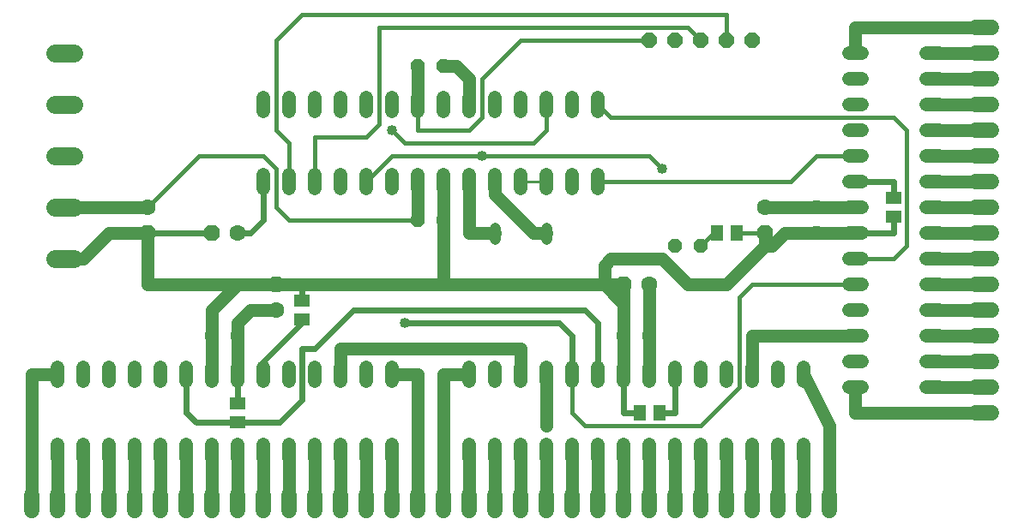
<source format=gbl>
G75*
%MOIN*%
%OFA0B0*%
%FSLAX24Y24*%
%IPPOS*%
%LPD*%
%AMOC8*
5,1,8,0,0,1.08239X$1,22.5*
%
%ADD10C,0.0520*%
%ADD11R,0.0630X0.0512*%
%ADD12OC8,0.0630*%
%ADD13C,0.0630*%
%ADD14OC8,0.0520*%
%ADD15C,0.0600*%
%ADD16C,0.0705*%
%ADD17R,0.0512X0.0630*%
%ADD18C,0.0440*%
%ADD19OC8,0.0600*%
%ADD20C,0.0240*%
%ADD21C,0.0500*%
%ADD22C,0.0160*%
%ADD23C,0.0400*%
%ADD24C,0.0100*%
D10*
X001850Y002840D02*
X001850Y003360D01*
X002850Y003360D02*
X002850Y002840D01*
X003850Y002840D02*
X003850Y003360D01*
X004850Y003360D02*
X004850Y002840D01*
X005850Y002840D02*
X005850Y003360D01*
X006850Y003360D02*
X006850Y002840D01*
X007850Y002840D02*
X007850Y003360D01*
X008850Y003360D02*
X008850Y002840D01*
X009850Y002840D02*
X009850Y003360D01*
X010850Y003360D02*
X010850Y002840D01*
X011850Y002840D02*
X011850Y003360D01*
X012850Y003360D02*
X012850Y002840D01*
X013850Y002840D02*
X013850Y003360D01*
X014850Y003360D02*
X014850Y002840D01*
X017850Y002840D02*
X017850Y003360D01*
X018850Y003360D02*
X018850Y002840D01*
X019850Y002840D02*
X019850Y003360D01*
X020850Y003360D02*
X020850Y002840D01*
X021850Y002840D02*
X021850Y003360D01*
X022850Y003360D02*
X022850Y002840D01*
X023850Y002840D02*
X023850Y003360D01*
X024850Y003360D02*
X024850Y002840D01*
X025850Y002840D02*
X025850Y003360D01*
X026850Y003360D02*
X026850Y002840D01*
X027850Y002840D02*
X027850Y003360D01*
X028850Y003360D02*
X028850Y002840D01*
X029850Y002840D02*
X029850Y003360D01*
X030850Y003360D02*
X030850Y002840D01*
X032590Y005600D02*
X033110Y005600D01*
X033110Y006600D02*
X032590Y006600D01*
X032590Y007600D02*
X033110Y007600D01*
X033110Y008600D02*
X032590Y008600D01*
X032590Y009600D02*
X033110Y009600D01*
X033110Y010600D02*
X032590Y010600D01*
X032590Y011600D02*
X033110Y011600D01*
X033110Y012600D02*
X032590Y012600D01*
X032590Y013600D02*
X033110Y013600D01*
X033110Y014600D02*
X032590Y014600D01*
X032590Y015600D02*
X033110Y015600D01*
X033110Y016600D02*
X032590Y016600D01*
X032590Y017600D02*
X033110Y017600D01*
X033110Y018600D02*
X032590Y018600D01*
X035590Y018600D02*
X036110Y018600D01*
X036110Y017600D02*
X035590Y017600D01*
X035590Y016600D02*
X036110Y016600D01*
X036110Y015600D02*
X035590Y015600D01*
X035590Y014600D02*
X036110Y014600D01*
X036110Y013600D02*
X035590Y013600D01*
X035590Y012600D02*
X036110Y012600D01*
X036110Y011600D02*
X035590Y011600D01*
X035590Y010600D02*
X036110Y010600D01*
X036110Y009600D02*
X035590Y009600D01*
X035590Y008600D02*
X036110Y008600D01*
X036110Y007600D02*
X035590Y007600D01*
X035590Y006600D02*
X036110Y006600D01*
X036110Y005600D02*
X035590Y005600D01*
X030850Y005840D02*
X030850Y006360D01*
X029850Y006360D02*
X029850Y005840D01*
X028850Y005840D02*
X028850Y006360D01*
X027850Y006360D02*
X027850Y005840D01*
X026850Y005840D02*
X026850Y006360D01*
X025850Y006360D02*
X025850Y005840D01*
X024850Y005840D02*
X024850Y006360D01*
X023850Y006360D02*
X023850Y005840D01*
X022850Y005840D02*
X022850Y006360D01*
X021850Y006360D02*
X021850Y005840D01*
X020850Y005840D02*
X020850Y006360D01*
X019850Y006360D02*
X019850Y005840D01*
X018850Y005840D02*
X018850Y006360D01*
X017850Y006360D02*
X017850Y005840D01*
X014850Y005840D02*
X014850Y006360D01*
X013850Y006360D02*
X013850Y005840D01*
X012850Y005840D02*
X012850Y006360D01*
X011850Y006360D02*
X011850Y005840D01*
X010850Y005840D02*
X010850Y006360D01*
X009850Y006360D02*
X009850Y005840D01*
X008850Y005840D02*
X008850Y006360D01*
X007850Y006360D02*
X007850Y005840D01*
X006850Y005840D02*
X006850Y006360D01*
X005850Y006360D02*
X005850Y005840D01*
X004850Y005840D02*
X004850Y006360D01*
X003850Y006360D02*
X003850Y005840D01*
X002850Y005840D02*
X002850Y006360D01*
X001850Y006360D02*
X001850Y005840D01*
X009850Y013340D02*
X009850Y013860D01*
X010850Y013860D02*
X010850Y013340D01*
X011850Y013340D02*
X011850Y013860D01*
X012850Y013860D02*
X012850Y013340D01*
X013850Y013340D02*
X013850Y013860D01*
X014850Y013860D02*
X014850Y013340D01*
X015850Y013340D02*
X015850Y013860D01*
X016850Y013860D02*
X016850Y013340D01*
X017850Y013340D02*
X017850Y013860D01*
X018850Y013860D02*
X018850Y013340D01*
X019850Y013340D02*
X019850Y013860D01*
X020850Y013860D02*
X020850Y013340D01*
X021850Y013340D02*
X021850Y013860D01*
X022850Y013860D02*
X022850Y013340D01*
X022850Y016340D02*
X022850Y016860D01*
X021850Y016860D02*
X021850Y016340D01*
X020850Y016340D02*
X020850Y016860D01*
X019850Y016860D02*
X019850Y016340D01*
X018850Y016340D02*
X018850Y016860D01*
X017850Y016860D02*
X017850Y016340D01*
X016850Y016340D02*
X016850Y016860D01*
X015850Y016860D02*
X015850Y016340D01*
X014850Y016340D02*
X014850Y016860D01*
X013850Y016860D02*
X013850Y016340D01*
X012850Y016340D02*
X012850Y016860D01*
X011850Y016860D02*
X011850Y016340D01*
X010850Y016340D02*
X010850Y016860D01*
X009850Y016860D02*
X009850Y016340D01*
D11*
X011350Y008974D03*
X011350Y008226D03*
X008850Y004974D03*
X008850Y004226D03*
X034350Y012226D03*
X034350Y012974D03*
D12*
X029350Y011600D03*
X023850Y009600D03*
X010350Y009600D03*
X007850Y011600D03*
X005350Y011600D03*
D13*
X005350Y012600D03*
X008850Y011600D03*
X010350Y008600D03*
X024850Y009600D03*
X029350Y012600D03*
D14*
X031350Y012600D03*
X031350Y011600D03*
X026850Y011100D03*
X025850Y011100D03*
X024850Y007600D03*
X023850Y007600D03*
X016850Y012100D03*
X015850Y012100D03*
X008850Y007600D03*
X007850Y007600D03*
X015850Y018100D03*
X016850Y018100D03*
D15*
X000850Y001400D02*
X000850Y000800D01*
X001850Y000800D02*
X001850Y001400D01*
X002850Y001400D02*
X002850Y000800D01*
X003850Y000800D02*
X003850Y001400D01*
X004850Y001400D02*
X004850Y000800D01*
X005850Y000800D02*
X005850Y001400D01*
X006850Y001400D02*
X006850Y000800D01*
X007850Y000800D02*
X007850Y001400D01*
X008850Y001400D02*
X008850Y000800D01*
X009850Y000800D02*
X009850Y001400D01*
X010850Y001400D02*
X010850Y000800D01*
X011850Y000800D02*
X011850Y001400D01*
X012850Y001400D02*
X012850Y000800D01*
X013850Y000800D02*
X013850Y001400D01*
X014850Y001400D02*
X014850Y000800D01*
X015850Y000800D02*
X015850Y001400D01*
X016850Y001400D02*
X016850Y000800D01*
X017850Y000800D02*
X017850Y001400D01*
X018850Y001400D02*
X018850Y000800D01*
X019850Y000800D02*
X019850Y001400D01*
X020850Y001400D02*
X020850Y000800D01*
X021850Y000800D02*
X021850Y001400D01*
X022850Y001400D02*
X022850Y000800D01*
X023850Y000800D02*
X023850Y001400D01*
X024850Y001400D02*
X024850Y000800D01*
X025850Y000800D02*
X025850Y001400D01*
X026850Y001400D02*
X026850Y000800D01*
X027850Y000800D02*
X027850Y001400D01*
X028850Y001400D02*
X028850Y000800D01*
X029850Y000800D02*
X029850Y001400D01*
X030850Y001400D02*
X030850Y000800D01*
X031850Y000800D02*
X031850Y001400D01*
X037550Y004600D02*
X038150Y004600D01*
X038150Y005600D02*
X037550Y005600D01*
X037550Y006600D02*
X038150Y006600D01*
X038150Y007600D02*
X037550Y007600D01*
X037550Y008600D02*
X038150Y008600D01*
X038150Y009600D02*
X037550Y009600D01*
X037550Y010600D02*
X038150Y010600D01*
X038150Y011600D02*
X037550Y011600D01*
X037550Y012600D02*
X038150Y012600D01*
X038150Y013600D02*
X037550Y013600D01*
X037550Y014600D02*
X038150Y014600D01*
X038150Y015600D02*
X037550Y015600D01*
X037550Y016600D02*
X038150Y016600D01*
X038150Y017600D02*
X037550Y017600D01*
X037550Y018600D02*
X038150Y018600D01*
X038150Y019600D02*
X037550Y019600D01*
D16*
X002453Y018600D02*
X001748Y018600D01*
X001748Y016600D02*
X002453Y016600D01*
X002453Y014600D02*
X001748Y014600D01*
X001748Y012600D02*
X002453Y012600D01*
X002453Y010600D02*
X001748Y010600D01*
D17*
X024476Y004600D03*
X025224Y004600D03*
X027476Y011600D03*
X028224Y011600D03*
D18*
X020850Y011380D02*
X020850Y011820D01*
X018850Y011820D02*
X018850Y011380D01*
D19*
X024850Y019100D03*
X025850Y019100D03*
X026850Y019100D03*
X027850Y019100D03*
X028850Y019100D03*
D20*
X032850Y013600D02*
X034350Y013600D01*
X034350Y012974D01*
X034350Y012226D02*
X034350Y011600D01*
X032850Y011600D01*
X022850Y008100D02*
X022850Y006100D01*
X021850Y006100D02*
X021850Y007600D01*
X021350Y008100D01*
X015350Y008100D01*
X013350Y008600D02*
X022350Y008600D01*
X022850Y008100D01*
X023850Y006100D02*
X023850Y004600D01*
X024476Y004600D01*
X025224Y004600D02*
X025850Y004600D01*
X025850Y006100D01*
X013350Y008600D02*
X011850Y007100D01*
X011350Y007100D01*
X011350Y005100D01*
X010476Y004226D01*
X008850Y004226D01*
X007224Y004226D01*
X006850Y004600D01*
X006850Y006100D01*
X008850Y006100D02*
X008850Y004974D01*
X009850Y006100D02*
X009850Y006600D01*
X011350Y008100D01*
X011350Y008226D01*
X011350Y008974D02*
X011350Y009600D01*
X009350Y011600D02*
X008850Y011600D01*
X009350Y011600D02*
X009850Y012100D01*
X009850Y013600D01*
X007850Y011600D02*
X005350Y011600D01*
D21*
X005350Y009600D01*
X008850Y009600D01*
X010350Y009600D01*
X011350Y009600D01*
X016850Y009600D01*
X016850Y012100D01*
X016850Y013600D01*
X017850Y013600D02*
X017850Y011600D01*
X018850Y011600D01*
X020350Y011600D02*
X020850Y011600D01*
X020350Y011600D02*
X018850Y013100D01*
X018850Y013600D01*
X015850Y013600D02*
X015850Y012100D01*
X016850Y009600D02*
X023850Y009600D01*
X023850Y008850D01*
X023100Y009600D01*
X023100Y010350D01*
X023350Y010600D01*
X025350Y010600D01*
X026350Y009600D01*
X027850Y009600D01*
X029350Y011100D01*
X029350Y011600D01*
X029600Y011100D02*
X030100Y011600D01*
X031350Y011600D01*
X032850Y011600D01*
X032850Y012600D02*
X031350Y012600D01*
X029350Y012600D01*
X029350Y011100D02*
X029600Y011100D01*
X024850Y009600D02*
X024850Y007600D01*
X024850Y006100D01*
X023850Y006100D02*
X023850Y007600D01*
X023850Y009600D01*
X019850Y007100D02*
X012850Y007100D01*
X012850Y006100D01*
X014850Y006100D02*
X015850Y006100D01*
X015850Y001100D01*
X014850Y001100D02*
X014850Y003100D01*
X013850Y003100D02*
X013850Y001100D01*
X012850Y001100D02*
X012850Y003100D01*
X011850Y003100D02*
X011850Y001100D01*
X010850Y001100D02*
X010850Y003100D01*
X009850Y003100D02*
X009850Y001100D01*
X008850Y001100D02*
X008850Y003100D01*
X007850Y003100D02*
X007850Y001100D01*
X006850Y001100D02*
X006850Y003100D01*
X005850Y003100D02*
X005850Y001100D01*
X004850Y001100D02*
X004850Y003100D01*
X003850Y003100D02*
X003850Y001100D01*
X002850Y001100D02*
X002850Y003100D01*
X001850Y003100D02*
X001850Y001100D01*
X000850Y001100D02*
X000850Y006100D01*
X001850Y006100D01*
X007850Y006100D02*
X007850Y007600D01*
X007850Y008600D01*
X008850Y009600D01*
X009350Y008600D02*
X010350Y008600D01*
X009350Y008600D02*
X008850Y008100D01*
X008850Y007600D01*
X008850Y006100D01*
X016850Y006100D02*
X016850Y001100D01*
X017850Y001100D02*
X017850Y003100D01*
X018850Y003100D02*
X018850Y001100D01*
X019850Y001100D02*
X019850Y003100D01*
X020850Y003100D02*
X020850Y001100D01*
X021850Y001100D02*
X021850Y003100D01*
X022850Y003100D02*
X022850Y001100D01*
X023850Y001100D02*
X023850Y003100D01*
X024850Y003100D02*
X024850Y001100D01*
X025850Y001100D02*
X025850Y003100D01*
X026850Y003100D02*
X026850Y001100D01*
X027850Y001100D02*
X027850Y003100D01*
X028850Y003100D02*
X028850Y001100D01*
X029850Y001100D02*
X029850Y003100D01*
X030850Y003100D02*
X030850Y001100D01*
X031850Y001100D02*
X031850Y004100D01*
X030850Y006100D01*
X028850Y006100D02*
X028850Y007600D01*
X032850Y007600D01*
X035850Y007600D02*
X037850Y007600D01*
X037850Y006600D02*
X035850Y006600D01*
X035850Y005600D02*
X037850Y005600D01*
X037850Y004600D02*
X032850Y004600D01*
X032850Y005600D01*
X035850Y008600D02*
X037850Y008600D01*
X037850Y009600D02*
X035850Y009600D01*
X035850Y010600D02*
X037850Y010600D01*
X037850Y011600D02*
X035850Y011600D01*
X035850Y012600D02*
X037850Y012600D01*
X037850Y013600D02*
X035850Y013600D01*
X035850Y014600D02*
X037850Y014600D01*
X037850Y015600D02*
X035850Y015600D01*
X035850Y016600D02*
X037850Y016600D01*
X037850Y017600D02*
X035850Y017600D01*
X035850Y018600D02*
X037850Y018600D01*
X037850Y019600D02*
X032850Y019600D01*
X032850Y018600D01*
X017850Y017600D02*
X017850Y016600D01*
X017850Y017600D02*
X017350Y018100D01*
X016850Y018100D01*
X015850Y018100D02*
X015850Y016600D01*
X005350Y012600D02*
X002100Y012600D01*
X003850Y011600D02*
X005350Y011600D01*
X003850Y011600D02*
X002850Y010600D01*
X002100Y010600D01*
X016850Y006100D02*
X017850Y006100D01*
X019850Y006100D02*
X019850Y007100D01*
X020850Y006100D02*
X020850Y004100D01*
D22*
X021850Y004600D02*
X021850Y006100D01*
X021850Y004600D02*
X022350Y004100D01*
X026850Y004100D01*
X028350Y005600D01*
X028350Y009100D01*
X028850Y009600D01*
X032850Y009600D01*
X032850Y010600D02*
X034350Y010600D01*
X034850Y011100D01*
X034850Y015600D01*
X034350Y016100D01*
X023350Y016100D01*
X022850Y016600D01*
X020850Y016600D02*
X020850Y015600D01*
X020350Y015100D01*
X015350Y015100D01*
X014850Y015600D01*
X014350Y015850D02*
X014350Y019600D01*
X026350Y019600D01*
X026850Y019100D01*
X027850Y019100D02*
X027850Y020100D01*
X011350Y020100D01*
X010350Y019100D01*
X010350Y015600D01*
X010850Y015100D01*
X010850Y013600D01*
X010350Y014100D02*
X010350Y012600D01*
X010850Y012100D01*
X015850Y012100D01*
X013850Y013600D02*
X014850Y014600D01*
X018350Y014600D01*
X024850Y014600D01*
X025350Y014100D01*
X022850Y013600D02*
X030350Y013600D01*
X031350Y014600D01*
X032850Y014600D01*
X029350Y011600D02*
X028224Y011600D01*
X027476Y011600D02*
X027350Y011600D01*
X026850Y011100D01*
X018350Y016100D02*
X017850Y015600D01*
X015850Y015600D01*
X015850Y016600D01*
X014350Y015850D02*
X013850Y015350D01*
X011850Y015350D01*
X011850Y013600D01*
X010350Y014100D02*
X009850Y014600D01*
X007350Y014600D01*
X005350Y012600D01*
X018350Y016100D02*
X018350Y017600D01*
X019850Y019100D01*
X024850Y019100D01*
D23*
X018350Y014600D03*
X014850Y015600D03*
X025350Y014100D03*
X015350Y008100D03*
X020850Y004100D03*
D24*
X020850Y013600D02*
X019850Y013600D01*
M02*

</source>
